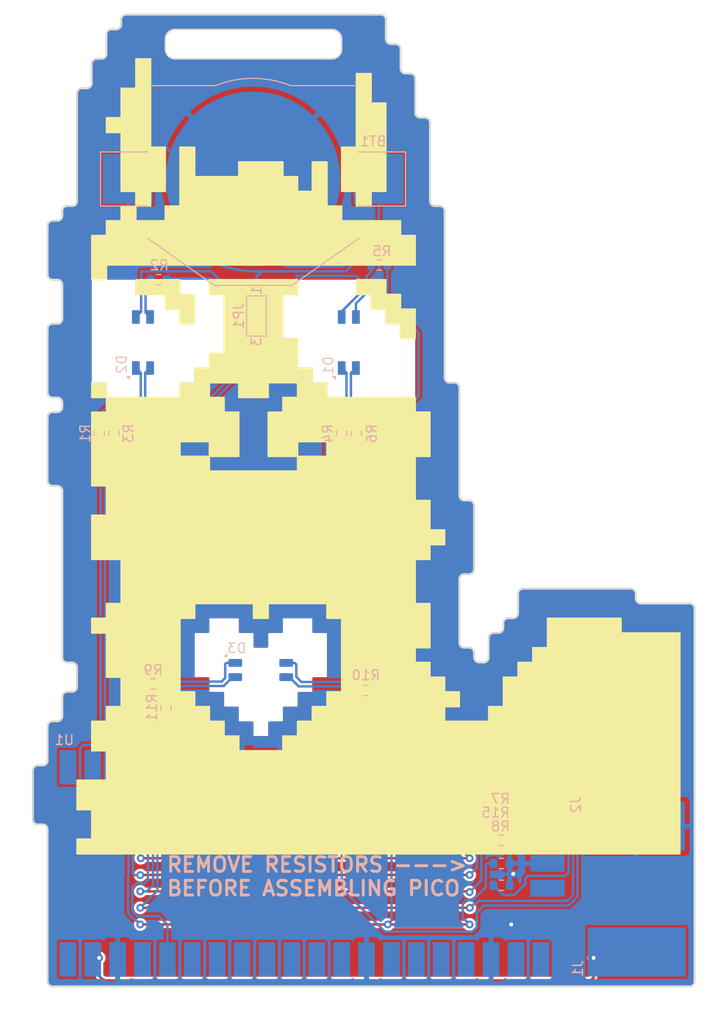
<source format=kicad_pcb>
(kicad_pcb (version 20221018) (generator pcbnew)
  (layers (0 "F.Cu" signal) (31 "B.Cu" signal) (34 "B.Paste" user) (35 "F.Paste" user) (36 "B.SilkS" user "B.Silkscreen") (37 "F.SilkS" user "F.Silkscreen") (38 "B.Mask" user) (39 "F.Mask" user) (44 "Edge.Cuts" user))
  (net 0 "")
  (net 1 "+BATT")
  (net 2 "GND")
  (net 3 "VDD")
  (net 4 "Net-(D1-RED)")
  (net 5 "PICO_PWR_IN")
  (net 6 "PWM5A")
  (net 7 "Net-(D1-BLUE)")
  (net 8 "Net-(D1-GREEN)")
  (net 9 "Net-(D2-RED)")
  (net 10 "Net-(D2-BLUE)")
  (net 11 "Net-(D2-GREEN)")
  (net 12 "Net-(D3-RED)")
  (net 13 "Net-(D3-BLUE)")
  (net 14 "Net-(D3-GREEN)")
  (net 15 "LEFT_RED")
  (net 16 "LEFT_BLUE")
  (net 17 "LEFT_GREEN")
  (net 18 "HEART_RED")
  (net 19 "HEART_BLUE")
  (net 20 "HEART_GREEN")
  (net 21 "UART0_TX")
  (net 22 "UART0_RX")
  (net 23 "PWM1A")
  (net 24 "PWM1B")
  (net 25 "I2C0_SDA")
  (net 26 "I2C0_SCL")
  (net 27 "PWM3A")
  (net 28 "PWM5B")
  (net 29 "PWM6A")
  (net 30 "SPI0_MISO")
  (net 31 "SPI0_CSN")
  (net 32 "SPI0_SCK")
  (net 33 "SPI0_MOSI")
  (net 37 "RUN")
  (net 38 "ADC0")
  (net 39 "ADC1")
  (net 40 "AGND")
  (net 41 "ADC2")
  (net 42 "ADC_REF")
  (net 43 "PICO_3V3_OUT")
  (net 44 "PICO_EN")
  (net 46 "SWCLK")
  (net 47 "SWDIO")
  (footprint "Resistor_SMD:R_0603_1608Metric" (layer "B.Cu") (at 20.26 54.665 -90)
    (fp_text reference "R3")
    (fp_text value "30R")
  )
  (footprint "Resistor_SMD:R_0603_1608Metric" (layer "B.Cu") (at 59.8 98.48 180)
    (fp_text reference "R15")
    (fp_text value "60.4")
  )
  (footprint "Jumper:SolderJumper-3_P1.3mm_Bridged12_Pad1.0x1.5mm_NumberLabels" (layer "B.Cu") (at 34.8 42.7 -90)
    (fp_text reference "JP1")
    (fp_text value "POWER INPUT SELECT")
  )
  (footprint "Resistor_SMD:R_0603_1608Metric" (layer "B.Cu") (at 59.775 96.13 180)
    (fp_text reference "R7")
    (fp_text value "60.4")
  )
  (footprint "Resistor_SMD:R_0603_1608Metric" (layer "B.Cu") (at 45 54.675 -90)
    (fp_text reference "R6")
    (fp_text value "30R")
  )
  (footprint "Resistor_SMD:R_0603_1608Metric" (layer "B.Cu") (at 24.265 80.19 180)
    (fp_text reference "R9")
    (fp_text value "140R")
  )
  (footprint "Resistor_SMD:R_0603_1608Metric" (layer "B.Cu") (at 24.825 39)
    (fp_text reference "R2")
    (fp_text value "30R")
  )
  (footprint "Connector_Wire:SolderWirePad_1x01_SMD_5x10mm" (layer "B.Cu") (at 73.5 94.7 -90)
    (fp_text reference "J2")
    (fp_text value "(3-5.5V)")
  )
  (footprint "Resistor_SMD:R_0603_1608Metric" (layer "B.Cu") (at 45.975 80.86)
    (fp_text reference "R10")
    (fp_text value "30R")
  )
  (footprint "Cyberalpakka_kicad_lib:RPi_Pico_SMD_TH" (layer "B.Cu") (at 39.684905 98.469185 -90)
    (fp_text reference "U1")
    (fp_text value "Pico")
  )
  (footprint "Cyberalpakka_kicad_lib:RGB LED" (layer "B.Cu") (at 23.225 45.4 -90)
    (fp_text reference "D2")
    (fp_text value "XZMDKCBDDG45S-9" hide)
  )
  (footprint "Cyberalpakka_kicad_lib:RGB LED" (layer "B.Cu") (at 44.225 45.4 -90)
    (fp_text reference "D1")
    (fp_text value "XZMDKCBDDG45S-9" hide)
  )
  (footprint "Cyberalpakka_kicad_lib:RGB LED" (layer "B.Cu") (at 35.240956 78.769671 180)
    (fp_text reference "D3")
    (fp_text value "XZMDKCBDDG45S-9")
  )
  (footprint "Resistor_SMD:R_0603_1608Metric" (layer "B.Cu") (at 25.56 82.615 -90)
    (fp_text reference "R11")
    (fp_text value "30R")
  )
  (footprint "Connector_Wire:SolderWirePad_1x01_SMD_5x10mm" (layer "B.Cu") (at 73.6 107.5 -90)
    (fp_text reference "J1")
    (fp_text value "PICO POWER INPUT")
  )
  (footprint "Resistor_SMD:R_0603_1608Metric" (layer "B.Cu") (at 59.815 100.71 180)
    (fp_text reference "R8")
    (fp_text value "60.4")
  )
  (footprint "Resistor_SMD:R_0603_1608Metric" (layer "B.Cu") (at 47.325 37.5)
    (fp_text reference "R5")
    (fp_text value "30R")
  )
  (footprint "Resistor_SMD:R_0603_1608Metric" (layer "B.Cu") (at 18.76 54.675 -90)
    (fp_text reference "R1")
    (fp_text value "140R")
  )
  (footprint "Resistor_SMD:R_0603_1608Metric" (layer "B.Cu") (at 43.5 54.675 -90)
    (fp_text reference "R4")
    (fp_text value "140R")
  )
  (footprint "Battery:BatteryHolder_Keystone_3002_1x2032" (layer "B.Cu") (at 34.46 28.733756 180)
    (fp_text reference "BT1")
    (fp_text value "CR2024")
  )
  (gr_poly (pts (xy 34.5 73.5) (xy 36 73.5) (xy 36 72) (xy 42 72) (xy 42 73.5) (xy 43.5 73.5) (xy 43.5 81) (xy 42 81) (xy 42 82.5) (xy 40.5 82.5) (xy 40.5 84) (xy 39 84) (xy 39 85.5) (xy 37.5 85.5) (xy 37.5 87) (xy 36 87) (xy 36 97.5) (xy 78 97.5) (xy 78 75) (xy 72 75) (xy 72 73.5) (xy 64.5 73.5) (xy 64.5 76.5) (xy 63 76.5) (xy 63 78) (xy 61.5 78) (xy 61.5 79.5) (xy 60 79.5) (xy 60 82.5) (xy 58.5 82.5) (xy 58.5 84) (xy 54 84) (xy 54 82.5) (xy 55.5 82.5) (xy 55.5 81) (xy 54 81) (xy 54 79.5) (xy 52.5 79.5) (xy 52.5 78) (xy 51 78) (xy 51 76.5) (xy 52.5 76.5) (xy 52.5 72) (xy 51 72) (xy 51 67.5) (xy 52.5 67.5) (xy 52.5 66) (xy 54 66) (xy 54 64.5) (xy 52.5 64.5) (xy 52.5 61.5) (xy 51 61.5) (xy 51 57) (xy 52.5 57) (xy 52.5 52.5) (xy 51 52.5) (xy 51 51) (xy 42 51) (xy 42 49.5) (xy 39 49.5) (xy 39 51) (xy 37.5 51) (xy 37.5 52.5) (xy 36 52.5) (xy 36 57) (xy 39 57) (xy 39 55.5) (xy 42 55.5) (xy 42 57) (xy 39 57) (xy 39 58.5) (xy 34.5 58.5)) (stroke (width 0.15)) (fill solid) (layer "F.SilkS"))
  (gr_poly (pts (xy 28.5 25.5) (xy 27 25.5) (xy 27 31.5) (xy 25.5 31.5) (xy 25.5 33) (xy 22.5 33) (xy 22.5 31.5) (xy 21 31.5) (xy 21 33) (xy 19.5 33) (xy 19.5 34.5) (xy 18 34.5) (xy 18 39) (xy 19.5 39) (xy 19.5 37.5) (xy 51 37.5) (xy 51 34.5) (xy 49.5 34.5) (xy 49.5 33) (xy 43.5 33) (xy 43.5 31.5) (xy 42 31.5) (xy 42 27) (xy 40.5 27) (xy 40.5 30) (xy 39 30) (xy 39 28.5) (xy 37.5 28.5) (xy 37.5 27) (xy 33 27) (xy 33 28.5) (xy 28.5 28.5)) (stroke (width 0.15)) (fill solid) (layer "F.SilkS"))
  (gr_poly (pts (xy 45 18) (xy 45 25.5) (xy 43.5 25.5) (xy 43.5 30) (xy 45 30) (xy 45 31.5) (xy 46.5 31.5) (xy 46.5 30) (xy 48 30) (xy 48 21) (xy 46.5 21) (xy 46.5 18)) (stroke (width 0.15)) (fill solid) (layer "F.SilkS"))
  (gr_poly (pts (xy 22.5 39) (xy 27 39) (xy 27 40.5) (xy 28.5 40.5) (xy 28.5 43.5) (xy 27 43.5) (xy 27 42) (xy 25.5 42) (xy 25.5 40.5) (xy 22.5 40.5)) (stroke (width 0.15)) (fill solid) (layer "F.SilkS"))
  (gr_poly (pts (xy 45 39) (xy 45 40.5) (xy 46.5 40.5) (xy 46.5 42) (xy 48 42) (xy 48 43.5) (xy 49.5 43.5) (xy 49.5 45) (xy 51 45) (xy 51 42) (xy 49.5 42) (xy 49.5 40.5) (xy 48 40.5) (xy 48 39)) (stroke (width 0.15)) (fill solid) (layer "F.SilkS"))
  (gr_poly (pts (xy 30 49.5) (xy 27 49.5) (xy 27 51) (xy 19.5 51) (xy 19.5 49.5) (xy 18 49.5) (xy 18 51) (xy 19.5 51) (xy 19.5 52.5) (xy 18 52.5) (xy 18 60) (xy 19.5 60) (xy 19.5 63) (xy 18 63) (xy 18 67.5) (xy 21 67.5) (xy 21 72) (xy 19.5 72) (xy 19.5 73.5) (xy 18 73.5) (xy 18 75) (xy 19.5 75) (xy 19.5 79.5) (xy 21 79.5) (xy 21 82.5) (xy 19.5 82.5) (xy 19.5 84) (xy 18 84) (xy 18 87) (xy 19.5 87) (xy 19.5 90) (xy 16.5 90) (xy 16.5 93) (xy 18 93) (xy 18 96) (xy 16.5 96) (xy 16.5 97.5) (xy 36 97.5) (xy 36 87) (xy 33 87) (xy 33 85.5) (xy 31.5 85.5) (xy 31.5 84) (xy 30 84) (xy 30 82.5) (xy 28.5 82.5) (xy 28.5 81) (xy 27 81) (xy 27 73.5) (xy 28.5 73.5) (xy 28.5 72) (xy 34.5 72) (xy 34.5 58.5) (xy 30 58.5) (xy 30 57) (xy 27 57) (xy 27 55.5) (xy 30 55.5) (xy 30 57) (xy 33 57) (xy 33 52.5) (xy 31.5 52.5) (xy 31.5 51) (xy 30 51)) (stroke (width 0.15)) (fill solid) (layer "F.SilkS"))
  (gr_poly (pts (xy 39 39) (xy 30 39) (xy 30 40.5) (xy 31.5 40.5) (xy 31.5 46.5) (xy 30 46.5) (xy 30 48) (xy 28.5 48) (xy 28.5 49.5) (xy 33 49.5) (xy 33 51) (xy 36 51) (xy 36 49.5) (xy 40.5 49.5) (xy 40.5 48) (xy 39 48) (xy 39 45) (xy 37.5 45) (xy 37.5 40.5) (xy 39 40.5)) (stroke (width 0.15)) (fill solid) (layer "F.SilkS"))
  (gr_poly (pts (xy 24 16.5) (xy 22.5 16.5) (xy 22.5 19.5) (xy 21 19.5) (xy 21 22.5) (xy 19.5 22.5) (xy 19.5 24) (xy 21 24) (xy 21 30) (xy 22.5 30) (xy 22.5 31.5) (xy 24 31.5) (xy 24 30) (xy 25.5 30) (xy 25.5 25.5) (xy 24 25.5)) (stroke (width 0.15)) (fill solid) (layer "F.SilkS"))
  (gr_line (start 55 49.5) (end 54.5 49.5) (stroke (width 0.2)) (layer "Edge.Cuts"))
  (gr_line (start 25.5 14.5) (end 25.5 15.5) (stroke (width 0.15)) (layer "Edge.Cuts"))
  (gr_arc (start 55 49.5) (mid 55.353553 49.646447) (end 55.5 50) (stroke (width 0.2)) (layer "Edge.Cuts"))
  (gr_line (start 16.5 20) (end 16.5 31) (stroke (width 0.2)) (layer "Edge.Cuts"))
  (gr_arc (start 12 89) (mid 12.146447 88.646447) (end 12.5 88.5) (stroke (width 0.2)) (layer "Edge.Cuts"))
  (gr_arc (start 16.5 20) (mid 16.646447 19.646447) (end 17 19.5) (stroke (width 0.2)) (layer "Edge.Cuts"))
  (gr_arc (start 21 12.5) (mid 21.146447 12.146447) (end 21.5 12) (stroke (width 0.2)) (layer "Edge.Cuts"))
  (gr_arc (start 14 51) (mid 13.646447 50.853553) (end 13.5 50.5) (stroke (width 0.2)) (layer "Edge.Cuts"))
  (gr_arc (start 79.5 110.5) (mid 79.353553 110.853553) (end 79 111) (stroke (width 0.2)) (layer "Edge.Cuts"))
  (gr_line (start 15.5 78) (end 16 78) (stroke (width 0.2)) (layer "Edge.Cuts"))
  (gr_arc (start 50.5 18) (mid 50.853553 18.146447) (end 51 18.5) (stroke (width 0.2)) (layer "Edge.Cuts"))
  (gr_arc (start 56 61.5) (mid 55.646447 61.353553) (end 55.5 61) (stroke (width 0.2)) (layer "Edge.Cuts"))
  (gr_line (start 16 81) (end 15.5 81) (stroke (width 0.2)) (layer "Edge.Cuts"))
  (gr_arc (start 15 32) (mid 15.146447 31.646447) (end 15.5 31.5) (stroke (width 0.2)) (layer "Edge.Cuts"))
  (gr_arc (start 57.5 78) (mid 57.146447 77.853553) (end 57 77.5) (stroke (width 0.2)) (layer "Edge.Cuts"))
  (gr_arc (start 18 17) (mid 18.146447 16.646447) (end 18.5 16.5) (stroke (width 0.2)) (layer "Edge.Cuts"))
  (gr_line (start 14 111) (end 79 111) (stroke (width 0.2)) (layer "Edge.Cuts"))
  (gr_line (start 59.5 75) (end 59 75) (stroke (width 0.2)) (layer "Edge.Cuts"))
  (gr_line (start 13.5 95) (end 13.5 110.5) (stroke (width 0.2)) (layer "Edge.Cuts"))
  (gr_line (start 55.5 61) (end 55.5 50) (stroke (width 0.2)) (layer "Edge.Cuts"))
  (gr_line (start 79 72) (end 74 72) (stroke (width 0.2)) (layer "Edge.Cuts"))
  (gr_line (start 15 51.5) (end 15 52) (stroke (width 0.2)) (layer "Edge.Cuts"))
  (gr_line (start 15 32) (end 15 32.5) (stroke (width 0.2)) (layer "Edge.Cuts"))
  (gr_arc (start 13 94.5) (mid 13.353553 94.646447) (end 13.5 95) (stroke (width 0.2)) (layer "Edge.Cuts"))
  (gr_arc (start 14.5 39) (mid 14.853553 39.146447) (end 15 39.5) (stroke (width 0.2)) (layer "Edge.Cuts"))
  (gr_arc (start 14.5 51) (mid 14.853553 51.146447) (end 15 51.5) (stroke (width 0.2)) (layer "Edge.Cuts"))
  (gr_line (start 56.5 76.5) (end 56 76.5) (stroke (width 0.2)) (layer "Edge.Cuts"))
  (gr_arc (start 12.5 94.5) (mid 12.146447 94.353553) (end 12 94) (stroke (width 0.2)) (layer "Edge.Cuts"))
  (gr_line (start 15 60.5) (end 15 77.5) (stroke (width 0.2)) (layer "Edge.Cuts"))
  (gr_arc (start 14 39) (mid 13.646447 38.853553) (end 13.5 38.5) (stroke (width 0.2)) (layer "Edge.Cuts"))
  (gr_arc (start 26.5 16.5) (mid 25.792893 16.207107) (end 25.5 15.5) (stroke (width 0.15)) (layer "Edge.Cuts"))
  (gr_line (start 50.5 18) (end 50 18) (stroke (width 0.2)) (layer "Edge.Cuts"))
  (gr_line (start 52.5 31) (end 52.5 23) (stroke (width 0.2)) (layer "Edge.Cuts"))
  (gr_line (start 15 39.5) (end 15 43) (stroke (width 0.2)) (layer "Edge.Cuts"))
  (gr_arc (start 15.5 78) (mid 15.146447 77.853553) (end 15 77.5) (stroke (width 0.2)) (layer "Edge.Cuts"))
  (gr_line (start 14.5 84) (end 14 84) (stroke (width 0.2)) (layer "Edge.Cuts"))
  (gr_line (start 18 17) (end 18 19) (stroke (width 0.2)) (layer "Edge.Cuts"))
  (gr_arc (start 48.5 15) (mid 48.146447 14.853553) (end 48 14.5) (stroke (width 0.2)) (layer "Edge.Cuts"))
  (gr_arc (start 18 19) (mid 17.853553 19.353553) (end 17.5 19.5) (stroke (width 0.2)) (layer "Edge.Cuts"))
  (gr_line (start 21 12.5) (end 21 13) (stroke (width 0.2)) (layer "Edge.Cuts"))
  (gr_line (start 14.5 33) (end 14 33) (stroke (width 0.2)) (layer "Edge.Cuts"))
  (gr_line (start 43.5 15.5) (end 43.5 14.5) (stroke (width 0.15)) (layer "Edge.Cuts"))
  (gr_arc (start 19.5 16) (mid 19.353553 16.353553) (end 19 16.5) (stroke (width 0.2)) (layer "Edge.Cuts"))
  (gr_arc (start 15 83.5) (mid 14.853553 83.853553) (end 14.5 84) (stroke (width 0.2)) (layer "Edge.Cuts"))
  (gr_arc (start 16.5 31) (mid 16.353553 31.353553) (end 16 31.5) (stroke (width 0.2)) (layer "Edge.Cuts"))
  (gr_arc (start 15 32.5) (mid 14.853553 32.853553) (end 14.5 33) (stroke (width 0.2)) (layer "Edge.Cuts"))
  (gr_arc (start 47.5 12) (mid 47.853553 12.146447) (end 48 12.5) (stroke (width 0.2)) (layer "Edge.Cuts"))
  (gr_line (start 56.5 61.5) (end 56 61.5) (stroke (width 0.2)) (layer "Edge.Cuts"))
  (gr_arc (start 60 74.5) (mid 59.853553 74.853553) (end 59.5 75) (stroke (width 0.2)) (layer "Edge.Cuts"))
  (gr_line (start 14 60) (end 14.5 60) (stroke (width 0.2)) (layer "Edge.Cuts"))
  (gr_arc (start 73 70.5) (mid 73.353553 70.646447) (end 73.5 71) (stroke (width 0.2)) (layer "Edge.Cuts"))
  (gr_line (start 73 70.5) (end 62 70.5) (stroke (width 0.2)) (layer "Edge.Cuts"))
  (gr_line (start 16 31.5) (end 15.5 31.5) (stroke (width 0.2)) (layer "Edge.Cuts"))
  (gr_arc (start 56.5 76.5) (mid 56.853553 76.646447) (end 57 77) (stroke (width 0.2)) (layer "Edge.Cuts"))
  (gr_line (start 12.5 94.5) (end 13 94.5) (stroke (width 0.2)) (layer "Edge.Cuts"))
  (gr_arc (start 15 81.5) (mid 15.146447 81.146447) (end 15.5 81) (stroke (width 0.2)) (layer "Edge.Cuts"))
  (gr_line (start 19 16.5) (end 18.5 16.5) (stroke (width 0.2)) (layer "Edge.Cuts"))
  (gr_line (start 51 22) (end 51 18.5) (stroke (width 0.2)) (layer "Edge.Cuts"))
  (gr_arc (start 56.5 61.5) (mid 56.853553 61.646447) (end 57 62) (stroke (width 0.2)) (layer "Edge.Cuts"))
  (gr_arc (start 56 76.5) (mid 55.646447 76.353553) (end 55.5 76) (stroke (width 0.2)) (layer "Edge.Cuts"))
  (gr_arc (start 53.5 31.5) (mid 53.853553 31.646447) (end 54 32) (stroke (width 0.2)) (layer "Edge.Cuts"))
  (gr_line (start 52 22.5) (end 51.5 22.5) (stroke (width 0.2)) (layer "Edge.Cuts"))
  (gr_line (start 49.5 17.5) (end 49.5 15.5) (stroke (width 0.2)) (layer "Edge.Cuts"))
  (gr_arc (start 13.5 53) (mid 13.646447 52.646447) (end 14 52.5) (stroke (width 0.2)) (layer "Edge.Cuts"))
  (gr_line (start 58 78) (end 57.5 78) (stroke (width 0.2)) (layer "Edge.Cuts"))
  (gr_arc (start 16.5 80.5) (mid 16.353553 80.853553) (end 16 81) (stroke (width 0.2)) (layer "Edge.Cuts"))
  (gr_arc (start 51.5 22.5) (mid 51.146447 22.353553) (end 51 22) (stroke (width 0.2)) (layer "Edge.Cuts"))
  (gr_arc (start 74 72) (mid 73.646447 71.853553) (end 73.5 71.5) (stroke (width 0.2)) (layer "Edge.Cuts"))
  (gr_line (start 20.5 13.5) (end 20 13.5) (stroke (width 0.2)) (layer "Edge.Cuts"))
  (gr_line (start 54 49) (end 54 32) (stroke (width 0.2)) (layer "Edge.Cuts"))
  (gr_line (start 58.5 75.5) (end 58.5 77.5) (stroke (width 0.2)) (layer "Edge.Cuts"))
  (gr_line (start 14.5 43.5) (end 14 43.5) (stroke (width 0.2)) (layer "Edge.Cuts"))
  (gr_line (start 14 51) (end 14.5 51) (stroke (width 0.2)) (layer "Edge.Cuts"))
  (gr_line (start 13.5 53) (end 13.5 59.5) (stroke (width 0.2)) (layer "Edge.Cuts"))
  (gr_line (start 47.5 12) (end 21.5 12) (stroke (width 0.2)) (layer "Edge.Cuts"))
  (gr_arc (start 61.5 73) (mid 61.353553 73.353553) (end 61 73.5) (stroke (width 0.2)) (layer "Edge.Cuts"))
  (gr_arc (start 52 22.5) (mid 52.353553 22.646447) (end 52.5 23) (stroke (width 0.2)) (layer "Edge.Cuts"))
  (gr_line (start 42.5 13.5) (end 26.5 13.5) (stroke (width 0.15)) (layer "Edge.Cuts"))
  (gr_line (start 55.5 76) (end 55.5 69.5) (stroke (width 0.2)) (layer "Edge.Cuts"))
  (gr_line (start 57 68.5) (end 57 62) (stroke (width 0.2)) (layer "Edge.Cuts"))
  (gr_line (start 16.5 78.5) (end 16.5 80.5) (stroke (width 0.2)) (layer "Edge.Cuts"))
  (gr_arc (start 16 78) (mid 16.353553 78.146447) (end 16.5 78.5) (stroke (width 0.2)) (layer "Edge.Cuts"))
  (gr_arc (start 50 18) (mid 49.646447 17.853553) (end 49.5 17.5) (stroke (width 0.2)) (layer "Edge.Cuts"))
  (gr_arc (start 13.5 84.5) (mid 13.646447 84.146447) (end 14 84) (stroke (width 0.2)) (layer "Edge.Cuts"))
  (gr_line (start 79.5 110.5) (end 79.5 72.5) (stroke (width 0.2)) (layer "Edge.Cuts"))
  (gr_arc (start 19.5 14) (mid 19.646447 13.646447) (end 20 13.5) (stroke (width 0.2)) (layer "Edge.Cuts"))
  (gr_line (start 14 39) (end 14.5 39) (stroke (width 0.2)) (layer "Edge.Cuts"))
  (gr_arc (start 13.5 88) (mid 13.353553 88.353553) (end 13 88.5) (stroke (width 0.2)) (layer "Edge.Cuts"))
  (gr_line (start 13 88.5) (end 12.5 88.5) (stroke (width 0.2)) (layer "Edge.Cuts"))
  (gr_arc (start 53 31.5) (mid 52.646447 31.353553) (end 52.5 31) (stroke (width 0.2)) (layer "Edge.Cuts"))
  (gr_line (start 61 73.5) (end 60.5 73.5) (stroke (width 0.2)) (layer "Edge.Cuts"))
  (gr_arc (start 55.5 69.5) (mid 55.646447 69.146447) (end 56 69) (stroke (width 0.2)) (layer "Edge.Cuts"))
  (gr_line (start 26.5 16.5) (end 42.5 16.5) (stroke (width 0.15)) (layer "Edge.Cuts"))
  (gr_arc (start 14 111) (mid 13.646447 110.853553) (end 13.5 110.5) (stroke (width 0.2)) (layer "Edge.Cuts"))
  (gr_line (start 49 15) (end 48.5 15) (stroke (width 0.2)) (layer "Edge.Cuts"))
  (gr_line (start 19.5 14) (end 19.5 16) (stroke (width 0.2)) (layer "Edge.Cuts"))
  (gr_arc (start 49 15) (mid 49.353553 15.146447) (end 49.5 15.5) (stroke (width 0.2)) (layer "Edge.Cuts"))
  (gr_arc (start 15 52) (mid 14.853553 52.353553) (end 14.5 52.5) (stroke (width 0.2)) (layer "Edge.Cuts"))
  (gr_arc (start 61.5 71) (mid 61.646447 70.646447) (end 62 70.5) (stroke (width 0.2)) (layer "Edge.Cuts"))
  (gr_line (start 15 81.5) (end 15 83.5) (stroke (width 0.2)) (layer "Edge.Cuts"))
  (gr_arc (start 58.5 75.5) (mid 58.646447 75.146447) (end 59 75) (stroke (width 0.2)) (layer "Edge.Cuts"))
  (gr_arc (start 21 13) (mid 20.853553 13.353553) (end 20.5 13.5) (stroke (width 0.2)) (layer "Edge.Cuts"))
  (gr_line (start 13.5 33.5) (end 13.5 38.5) (stroke (width 0.2)) (layer "Edge.Cuts"))
  (gr_line (start 17.5 19.5) (end 17 19.5) (stroke (width 0.2)) (layer "Edge.Cuts"))
  (gr_line (start 12 89) (end 12 94) (stroke (width 0.2)) (layer "Edge.Cuts"))
  (gr_line (start 60 74) (end 60 74.5) (stroke (width 0.2)) (layer "Edge.Cuts"))
  (gr_arc (start 42.5 13.5) (mid 43.207107 13.792893) (end 43.5 14.5) (stroke (width 0.15)) (layer "Edge.Cuts"))
  (gr_line (start 48 14.5) (end 48 12.5) (stroke (width 0.2)) (layer "Edge.Cuts"))
  (gr_arc (start 13.5 33.5) (mid 13.646447 33.146447) (end 14 33) (stroke (width 0.2)) (layer "Edge.Cuts"))
  (gr_line (start 56 69) (end 56.5 69) (stroke (width 0.2)) (layer "Edge.Cuts"))
  (gr_arc (start 15 43) (mid 14.853553 43.353553) (end 14.5 43.5) (stroke (width 0.2)) (layer "Edge.Cuts"))
  (gr_line (start 53.5 31.5) (end 53 31.5) (stroke (width 0.2)) (layer "Edge.Cuts"))
  (gr_arc (start 43.5 15.5) (mid 43.207107 16.207107) (end 42.5 16.5) (stroke (width 0.15)) (layer "Edge.Cuts"))
  (gr_arc (start 60 74) (mid 60.146447 73.646447) (end 60.5 73.5) (stroke (width 0.2)) (layer "Edge.Cuts"))
  (gr_arc (start 79 72) (mid 79.353553 72.146447) (end 79.5 72.5) (stroke (width 0.2)) (layer "Edge.Cuts"))
  (gr_arc (start 14 60) (mid 13.646447 59.853553) (end 13.5 59.5) (stroke (width 0.2)) (layer "Edge.Cuts"))
  (gr_arc (start 57 68.5) (mid 56.853553 68.853553) (end 56.5 69) (stroke (width 0.2)) (layer "Edge.Cuts"))
  (gr_line (start 61.5 71) (end 61.5 73) (stroke (width 0.2)) (layer "Edge.Cuts"))
  (gr_line (start 13.5 44) (end 13.5 50.5) (stroke (width 0.2)) (layer "Edge.Cuts"))
  (gr_line (start 14.5 52.5) (end 14 52.5) (stroke (width 0.2)) (layer "Edge.Cuts"))
  (gr_arc (start 54.5 49.5) (mid 54.146447 49.353553) (end 54 49) (stroke (width 0.2)) (layer "Edge.Cuts"))
  (gr_line (start 13.5 84.5) (end 13.5 88) (stroke (width 0.2)) (layer "Edge.Cuts"))
  (gr_arc (start 13.5 44) (mid 13.646447 43.646447) (end 14 43.5) (stroke (width 0.2)) (layer "Edge.Cuts"))
  (gr_arc (start 25.5 14.5) (mid 25.792893 13.792893) (end 26.5 13.5) (stroke (width 0.15)) (layer "Edge.Cuts"))
  (gr_arc (start 14.5 60) (mid 14.853553 60.146447) (end 15 60.5) (stroke (width 0.2)) (layer "Edge.Cuts"))
  (gr_line (start 73.5 71.5) (end 73.5 71) (stroke (width 0.2)) (layer "Edge.Cuts"))
  (gr_arc (start 58.5 77.5) (mid 58.353553 77.853553) (end 58 78) (stroke (width 0.2)) (layer "Edge.Cuts"))
  (gr_line (start 57 77.5) (end 57 77) (stroke (width 0.2)) (layer "Edge.Cuts"))
  (gr_text "REMOVE RESISTORS --->\nBEFORE ASSEMBLING PICO" (at 25.5 101.9) (layer "B.SilkS") (effects (font (size 1.5 1.5) (thickness 0.3) bold) (justify left bottom)))
  (segment (start 21.7 35.05) (end 21.7 28.5) (width 0.25) (layer "B.Cu") (net 1))
  (segment (start 43.9 38.15) (end 35.36 38.15) (width 0.25) (layer "B.Cu") (net 1))
  (segment (start 35.36 38.15) (end 34.696396 38.15) (width 0.25) (layer "B.Cu") (net 1))
  (segment (start 34.8 41.4) (end 34.8 38.71) (width 0.25) (layer "B.Cu") (net 1))
  (segment (start 27.210854 35.05) (end 21.7 35.05) (width 0.25) (layer "B.Cu") (net 1))
  (segment (start 47.3 34.75) (end 43.9 38.15) (width 0.25) (layer "B.Cu") (net 1))
  (segment (start 34.8 38.71) (end 35.36 38.15) (width 0.25) (layer "B.Cu") (net 1))
  (segment (start 34.696396 38.15) (end 34.686396 38.14) (width 0.25) (layer "B.Cu") (net 1))
  (segment (start 27.215427 35.045427) (end 27.210854 35.05) (width 0.25) (layer "B.Cu") (net 1))
  (segment (start 47.3 28.5) (end 47.3 34.75) (width 0.25) (layer "B.Cu") (net 1))
  (arc (start 34.686396 38.14) (mid 30.643131 37.335746) (end 27.215427 35.045427) (width 0.25) (layer "B.Cu") (net 1))
  (segment (start 78 99.65) (end 78.05 99.7) (width 0.25) (layer "F.Cu") (net 2))
  (segment (start 61 99.55) (end 61.1 99.65) (width 0.25) (layer "F.Cu") (net 2))
  (segment (start 60.8005 104.7005) (end 60.8 104.7) (width 0.25) (layer "F.Cu") (net 2))
  (segment (start 78.05 104.7005) (end 60.8005 104.7005) (width 0.25) (layer "F.Cu") (net 2))
  (segment (start 61.1 99.65) (end 78 99.65) (width 0.25) (layer "F.Cu") (net 2))
  (segment (start 78.05 99.7) (end 78.05 104.7005) (width 0.25) (layer "F.Cu") (net 2))
  (via (at 61 99.55) (size 0.8) (drill 0.4) (layers "F.Cu" "B.Cu") (net 2))
  (via (at 60.8 104.7) (size 0.8) (drill 0.4) (layers "F.Cu" "B.Cu") (net 2))
  (segment (start 58.734905 89.579185) (end 58.734905 91.084905) (width 0.25) (layer "B.Cu") (net 2))
  (segment (start 60.64 100.71) (end 60.64 99.6) (width 0.25) (layer "B.Cu") (net 2))
  (segment (start 28.57 28.5) (end 22.92 22.85) (width 0.25) (layer "B.Cu") (net 2))
  (segment (start 58.75 86.7) (end 58.4 86.35) (width 0.25) (layer "B.Cu") (net 2))
  (segment (start 60.6 98.455) (end 60.625 98.48) (width 0.25) (layer "B.Cu") (net 2))
  (segment (start 20.77 54.65) (end 21.19 55.07) (width 0.25) (layer "B.Cu") (net 2))
  (segment (start 60.64 98.495) (end 60.625 98.48) (width 0.25) (layer "B.Cu") (net 2))
  (segment (start 60.6 92.95) (end 60.6 96.13) (width 0.25) (layer "B.Cu") (net 2))
  (segment (start 17.84 54.27) (end 18.22 54.65) (width 0.25) (layer "B.Cu") (net 2))
  (segment (start 60.64 99.6) (end 60.64 98.495) (width 0.25) (layer "B.Cu") (net 2))
  (segment (start 58.4 86.35) (end 46.4 86.35) (width 0.25) (layer "B.Cu") (net 2))
  (segment (start 18.22 54.65) (end 20.77 54.65) (width 0.25) (layer "B.Cu") (net 2))
  (segment (start 21.19 56.02) (end 20.634905 56.575095) (width 0.25) (layer "B.Cu") (net 2))
  (segment (start 46.034905 86.715095) (end 46.034905 89.579185) (width 0.25) (layer "B.Cu") (net 2))
  (segment (start 20.634905 56.575095) (end 20.634905 89.579185) (width 0.25) (layer "B.Cu") (net 2))
  (segment (start 21.19 55.07) (end 21.19 56.02) (width 0.25) (layer "B.Cu") (net 2))
  (segment (start 58.85 107.24409) (end 58.734905 107.359185) (width 0.25) (layer "B.Cu") (net 2))
  (segment (start 20.634905 110.45) (end 46.01981 110.45) (width 0.25) (layer "B.Cu") (net 2))
  (segment (start 58.734905 105.265095) (end 58.734905 107.359185) (width 0.25) (layer "B.Cu") (net 2))
  (segment (start 59.3 104.7) (end 58.734905 105.265095) (width 0.25) (layer "B.Cu") (net 2))
  (segment (start 60.95 99.6) (end 60.64 99.6) (width 0.25) (layer "B.Cu") (net 2))
  (segment (start 46.034905 110.465095) (end 46.034905 107.359185) (width 0.25) (layer "B.Cu") (net 2))
  (segment (start 63.57409 98.48) (end 60.625 98.48) (width 0.25) (layer "B.Cu") (net 2))
  (segment (start 58.734905 89.579185) (end 58.75 89.56409) (width 0.25) (layer "B.Cu") (net 2))
  (segment (start 58.734905 110.465095) (end 46.034905 110.465095) (width 0.25) (layer "B.Cu") (net 2))
  (segment (start 22.92 22.85) (end 19.09 22.85) (width 0.25) (layer "B.Cu") (net 2))
  (segment (start 34.5 28.5) (end 28.57 28.5) (width 0.25) (layer "B.Cu") (net 2))
  (segment (start 46.01981 110.45) (end 46.034905 110.465095) (width 0.25) (layer "B.Cu") (net 2))
  (segment (start 58.75 89.56409) (end 58.75 86.7) (width 0.25) (layer "B.Cu") (net 2))
  (segment (start 46.4 86.35) (end 46.034905 86.715095) (width 0.25) (layer "B.Cu") (net 2))
  (segment (start 58.734905 107.359185) (end 58.734905 110.465095) (width 0.25) (layer "B.Cu") (net 2))
  (segment (start 60.8 104.7) (end 59.3 104.7) (width 0.25) (layer "B.Cu") (net 2))
  (segment (start 63.584905 98.469185) (end 63.57409 98.48) (width 0.25) (layer "B.Cu") (net 2))
  (segment (start 58.734905 91.084905) (end 60.6 92.95) (width 0.25) (layer "B.Cu") (net 2))
  (segment (start 61 99.55) (end 60.95 99.6) (width 0.25) (layer "B.Cu") (net 2))
  (segment (start 17.84 24.1) (end 17.84 54.27) (width 0.25) (layer "B.Cu") (net 2))
  (segment (start 19.09 22.85) (end 17.84 24.1) (width 0.25) (layer "B.Cu") (net 2))
  (segment (start 60.6 96.13) (end 60.6 98.455) (width 0.25) (layer "B.Cu") (net 2))
  (segment (start 20.634905 107.359185) (end 20.634905 110.45) (width 0.25) (layer "B.Cu") (net 2))
  (segment (start 23.04 38.736996) (end 23.04 42.26) (width 0.25) (layer "B.Cu") (net 3))
  (segment (start 41.8 52.28) (end 41.8 49.625) (width 0.25) (layer "B.Cu") (net 3))
  (segment (start 30.186396 38.14) (end 32.1 40.053604) (width 0.25) (layer "B.Cu") (net 3))
  (segment (start 41.88 54.773604) (end 41.9 54.753604) (width 0.25) (layer "B.Cu") (net 3))
  (segment (start 38.875 40.375) (end 38.875 38.61) (width 0.25) (layer "B.Cu") (net 3))
  (segment (start 32.1 40.053604) (end 32.1 42.7) (width 0.25) (layer "B.Cu") (net 3))
  (segment (start 39.39 79.99) (end 44.41 79.99) (width 0.25) (layer "B.Cu") (net 3))
  (segment (start 45.02 38.61) (end 38.875 38.61) (width 0.25) (layer "B.Cu") (net 3))
  (segment (start 30.186396 38.14) (end 23.636996 38.14) (width 0.25) (layer "B.Cu") (net 3))
  (segment (start 38.875 45.125) (end 37.448222 45.125) (width 0.25) (layer "B.Cu") (net 3))
  (segment (start 41.88 69.106396) (end 41.88 54.773604) (width 0.25) (layer "B.Cu") (net 3))
  (segment (start 32.1 42.7) (end 34.8 42.7) (width 0.25) (layer "B.Cu") (net 3))
  (segment (start 40.375 49.551778) (end 40.375 48.125) (width 0.25) (layer "B.Cu") (net 3))
  (segment (start 37.24 42.7) (end 37.34 42.6) (width 0.25) (layer "B.Cu") (net 3))
  (segment (start 45.02 38.61) (end 45.24 38.83) (width 0.25) (layer "B.Cu") (net 3))
  (segment (start 43.5 42.24) (end 43.5 42.8) (width 0.25) (layer "B.Cu") (net 3))
  (segment (start 34.8 42.7) (end 37.24 42.7) (width 0.25) (layer "B.Cu") (net 3))
  (segment (start 37.34 45.016778) (end 37.34 42.6) (width 0.25) (layer "B.Cu") (net 3))
  (segment (start 40.448222 49.625) (end 40.375 49.551778) (width 0.25) (layer "B.Cu") (net 3))
  (segment (start 37.34 42.6) (end 37.34 41.205) (width 0.25) (layer "B.Cu") (net 3))
  (segment (start 38.87 79.47) (end 39.39 79.99) (width 0.25) (layer "B.Cu") (net 3))
  (segment (start 37.448222 40.375) (end 38.875 40.375) (width 0.25) (layer "B.Cu") (net 3))
  (segment (start 23.04 42.26) (end 22.5 42.8) (width 0.25) (layer "B.Cu") (net 3))
  (segment (start 45.425 72.651396) (end 41.88 69.106396) (width 0.25) (layer "B.Cu") (net 3))
  (segment (start 41.8 49.625) (end 40.448222 49.625) (width 0.25) (layer "B.Cu") (net 3))
  (segment (start 40.375 48.125) (end 38.948222 48.125) (width 0.25) (layer "B.Cu") (net 3))
  (segment (start 23.05 38.726996) (end 23.05 38.15) (width 0.25) (layer "B.Cu") (net 3))
  (segment (start 41.9 54.753604) (end 41.9 52.38) (width 0.25) (layer "B.Cu") (net 3))
  (segment (start 41.9 52.38) (end 41.8 52.28) (width 0.25) (layer "B.Cu") (net 3))
  (segment (start 38.875 48.051778) (end 38.875 45.125) (width 0.25) (layer "B.Cu") (net 3))
  (segment (start 44.41 79.99) (end 45.425 78.975) (width 0.25) (layer "B.Cu") (net 3))
  (segment (start 45.24 38.83) (end 45.24 40.5) (width 0.25) (layer "B.Cu") (net 3))
  (segment (start 23.04 38.736996) (end 23.05 38.726996) (width 0.25) (layer "B.Cu") (net 3))
  (segment (start 37.375 41.17) (end 37.375 40.448222) (width 0.25) (layer "B.Cu") (net 3))
  (segment (start 37.34 41.205) (end 37.375 41.17) (width 0.25) (layer "B.Cu") (net 3))
  (segment (start 38.948222 48.125) (end 38.875 48.051778) (width 0.25) (layer "B.Cu") (net 3))
  (segment (start 38.87 78.22) (end 38.87 79.47) (width 0.25) (layer "B.Cu") (net 3))
  (segment (start 37.375 40.448222) (end 37.448222 40.375) (width 0.25) (layer "B.Cu") (net 3))
  (segment (start 23.05 38.15) (end 23.626996 38.15) (width 0.25) (layer "B.Cu") (net 3))
  (segment (start 45.425 78.975) (end 45.425 72.651396) (width 0.25) (layer "B.Cu") (net 3))
  (segment (start 37.840956 78.044671) (end 38.694671 78.044671) (width 0.25) (layer "B.Cu") (net 3))
  (segment (start 38.694671 78.044671) (end 38.87 78.22) (width 0.25) (layer "B.Cu") (net 3))
  (segment (start 37.448222 45.125) (end 37.34 45.016778) (width 0.25) (layer "B.Cu") (net 3))
  (segment (start 45.24 40.5) (end 43.5 42.24) (width 0.25) (layer "B.Cu") (net 3))
  (segment (start 23.626996 38.15) (end 23.636996 38.14) (width 0.25) (layer "B.Cu") (net 3))
  (segment (start 43.5 53.85) (end 43.99 53.36) (width 0.25) (layer "B.Cu") (net 4))
  (segment (start 43.99 48.49) (end 43.5 48) (width 0.25) (layer "B.Cu") (net 4))
  (segment (start 43.99 53.36) (end 43.99 48.49) (width 0.25) (layer "B.Cu") (net 4))
  (segment (start 68.9 110.4) (end 19.2 110.4) (width 0.25) (layer "F.Cu") (net 5))
  (segment (start 69.2 110.1) (end 68.9 110.4) (width 0.25) (layer "F.Cu") (net 5))
  (segment (start 19.2 110.4) (end 18.8 110) (width 0.25) (layer "F.Cu") (net 5))
  (segment (start 18.8 108.2) (end 18.9 108.1) (width 0.25) (layer "F.Cu") (net 5))
  (segment (start 18.8 110) (end 18.8 108.2) (width 0.25) (layer "F.Cu") (net 5))
  (segment (start 69.2 108.1) (end 69.2 110.1) (width 0.25) (layer "F.Cu") (net 5))
  (via (at 18.75 108.1) (size 0.8) (drill 0.4) (layers "F.Cu" "B.Cu") (net 5))
  (via (at 69.2 108.1) (size 0.8) (drill 0.4) (layers "F.Cu" "B.Cu") (net 5))
  (segment (start 69.3 108) (end 72.6 108) (width 0.25) (layer "B.Cu") (net 5))
  (segment (start 18.25409 107.35409) (end 18.1 107.35409) (width 0.25) (layer "B.Cu") (net 5))
  (segment (start 72.6 108) (end 73.1 107.5) (width 0.25) (layer "B.Cu") (net 5))
  (segment (start 18.75 108.1) (end 18.75 108.01428) (width 0.25) (layer "B.Cu") (net 5))
  (segment (start 18.75 108.01428) (end 18.094905 107.359185) (width 0.25) (layer "B.Cu") (net 5))
  (segment (start 69.2 108.1) (end 69.3 108) (width 0.25) (layer "B.Cu") (net 5))
  (segment (start 18.1 107.35409) (end 18.094905 107.359185) (width 0.25) (layer "B.Cu") (net 5))
  (segment (start 48.2 104.7) (end 56.55 104.7) (width 0.25) (layer "F.Cu") (net 6))
  (segment (start 22.95 104.7) (end 48.2 104.7) (width 0.25) (layer "F.Cu") (net 6))
  (via (at 22.95 104.7) (size 0.8) (drill 0.4) (layers "F.Cu" "B.Cu") (net 6))
  (via (at 48.2 104.7) (size 0.8) (drill 0.4) (layers "F.Cu" "B.Cu") (net 6))
  (via (at 56.55 104.7) (size 0.8) (drill 0.4) (layers "F.Cu" "B.Cu") (net 6))
  (segment (start 18.9 55.64) (end 18.76 55.5) (width 0.25) (layer "B.Cu") (net 6))
  (segment (start 16.8 86.75) (end 17.15 86.4) (width 0.25) (layer "B.Cu") (net 6))
  (segment (start 21.75 92.236396) (end 20.813604 91.3) (width 0.25) (layer "B.Cu") (net 6))
  (segment (start 21.7 99.722792) (end 21.75 99.672792) (width 0.25) (layer "B.Cu") (net 6))
  (segment (start 19.413604 91.3) (end 19.063604 90.95) (width 0.25) (layer "B.Cu") (net 6))
  (segment (start 55.85 102.5) (end 56.15 102.2) (width 0.25) (layer "B.Cu") (net 6))
  (segment (start 56.55 104.7) (end 55.85 104) (width 0.25) (layer "B.Cu") (net 6))
  (segment (start 19.063604 90.95) (end 17.11572 90.95) (width 0.25) (layer "B.Cu") (net 6))
  (segment (start 17.11572 90.95) (end 16.8 90.63428) (width 0.25) (layer "B.Cu") (net 6))
  (segment (start 58.2 100.9) (end 58.2 98.65) (width 0.25) (layer "B.Cu") (net 6))
  (segment (start 58.37 98.48) (end 58.975 98.48) (width 0.25) (layer "B.Cu") (net 6))
  (segment (start 22.463604 104.3) (end 21.7 103.536396) (width 0.25) (layer "B.Cu") (net 6))
  (segment (start 58.2 98.65) (end 58.37 98.48) (width 0.25) (layer "B.Cu") (net 6))
  (segment (start 56.15 102.2) (end 56.9 102.2) (width 0.25) (layer "B.Cu") (net 6))
  (segment (start 48.574905 89.579185) (end 48.574905 104.325095) (width 0.25) (layer "B.Cu") (net 6))
  (segment (start 55.85 104) (end 55.85 102.5) (width 0.25) (layer "B.Cu") (net 6))
  (segment (start 22.55 104.3) (end 22.463604 104.3) (width 0.25) (layer "B.Cu") (net 6))
  (segment (start 20.813604 91.3) (end 19.413604 91.3) (width 0.25) (layer "B.Cu") (net 6))
  (segment (start 18.9 85.85) (end 18.9 55.64) (width 0.25) (layer "B.Cu") (net 6))
  (segment (start 21.7 103.536396) (end 21.7 99.722792) (width 0.25) (layer "B.Cu") (net 6))
  (segment (start 56.9 102.2) (end 58.2 100.9) (width 0.25) (layer "B.Cu") (net 6))
  (segment (start 16.8 90.63428) (end 16.8 86.75) (width 0.25) (layer "B.Cu") (net 6))
  (segment (start 17.15 86.4) (end 18.35 86.4) (width 0.25) (layer "B.Cu") (net 6))
  (segment (start 21.75 99.672792) (end 21.75 92.236396) (width 0.25) (layer "B.Cu") (net 6))
  (segment (start 18.35 86.4) (end 18.9 85.85) (width 0.25) (layer "B.Cu") (net 6))
  (segment (start 48.574905 104.325095) (end 48.2 104.7) (width 0.25) (layer "B.Cu") (net 6))
  (segment (start 22.95 104.7) (end 22.55 104.3) (width 0.25) (layer "B.Cu") (net 6))
  (segment (start 46.47 38.23) (end 46 38.7) (width 0.25) (layer "B.Cu") (net 7))
  (segment (start 46 38.7) (end 46 40.376396) (width 0.25) (layer "B.Cu") (net 7))
  (segment (start 46 40.376396) (end 44.95 41.426396) (width 0.25) (layer "B.Cu") (net 7))
  (segment (start 44.95 41.426396) (end 44.95 42.8) (width 0.25) (layer "B.Cu") (net 7))
  (segment (start 46.5 37.5) (end 46.47 37.53) (width 0.25) (layer "B.Cu") (net 7))
  (segment (start 46.47 37.53) (end 46.47 38.23) (width 0.25) (layer "B.Cu") (net 7))
  (segment (start 45 53.85) (end 44.44 53.29) (width 0.25) (layer "B.Cu") (net 8))
  (segment (start 44.44 48.51) (end 44.95 48) (width 0.25) (layer "B.Cu") (net 8))
  (segment (start 44.44 53.29) (end 44.44 48.51) (width 0.25) (layer "B.Cu") (net 8))
  (segment (start 22.11 52.13) (end 19.38 52.13) (width 0.25) (layer "B.Cu") (net 9))
  (segment (start 23 48.5) (end 23 51.24) (width 0.25) (layer "B.Cu") (net 9))
  (segment (start 23 51.24) (end 22.11 52.13) (width 0.25) (layer "B.Cu") (net 9))
  (segment (start 18.76 52.75) (end 18.76 53.85) (width 0.25) (layer "B.Cu") (net 9))
  (segment (start 22.5 48) (end 23 48.5) (width 0.25) (layer "B.Cu") (net 9))
  (segment (start 19.38 52.13) (end 18.76 52.75) (width 0.25) (layer "B.Cu") (net 9))
  (segment (start 24 39) (end 23.49 39.51) (width 0.25) (layer "B.Cu") (net 10))
  (segment (start 23.49 39.51) (end 23.49 42.34) (width 0.25) (layer "B.Cu") (net 10))
  (segment (start 23.49 42.34) (end 23.95 42.8) (width 0.25) (layer "B.Cu") (net 10))
  (segment (start 22.196396 52.68) (end 20.59 52.68) (width 0.25) (layer "B.Cu") (net 11))
  (segment (start 23.45 48.5) (end 23.45 51.426396) (width 0.25) (layer "B.Cu") (net 11))
  (segment (start 20.59 52.68) (end 20.26 53.01) (width 0.25) (layer "B.Cu") (net 11))
  (segment (start 20.26 53.01) (end 20.26 53.84) (width 0.25) (layer "B.Cu") (net 11))
  (segment (start 23.95 48) (end 23.45 48.5) (width 0.25) (layer "B.Cu") (net 11))
  (segment (start 23.45 51.426396) (end 22.196396 52.68) (width 0.25) (layer "B.Cu") (net 11))
  (segment (start 26.62 79.95) (end 26.38 80.19) (width 0.25) (layer "B.Cu") (net 12))
  (segment (start 31.615956 79.584044) (end 31.615956 78.164044) (width 0.25) (layer "B.Cu") (net 12))
  (segment (start 26.38 80.19) (end 25.09 80.19) (width 0.25) (layer "B.Cu") (net 12))
  (segment (start 31.735329 78.044671) (end 32.640956 78.044671) (width 0.25) (layer "B.Cu") (net 12))
  (segment (start 31.615956 78.164044) (end 31.735329 78.044671) (width 0.25) (layer "B.Cu") (net 12))
  (segment (start 31.25 79.95) (end 31.615956 79.584044) (width 0.25) (layer "B.Cu") (net 12))
  (segment (start 26.62 79.95) (end 31.25 79.95) (width 0.25) (layer "B.Cu") (net 12))
  (segment (start 45.013598 80.76) (end 45.103598 80.85) (width 0.25) (layer "B.Cu") (net 13))
  (segment (start 38.164671 79.494671) (end 39.11 80.44) (width 0.25) (layer "B.Cu") (net 13))
  (segment (start 44.04 80.76) (end 45.013598 80.76) (width 0.25) (layer "B.Cu") (net 13))
  (segment (start 39.11 80.44) (end 43.72 80.44) (width 0.25) (layer "B.Cu") (net 13))
  (segment (start 43.72 80.44) (end 44.04 80.76) (width 0.25) (layer "B.Cu") (net 13))
  (segment (start 37.840956 79.494671) (end 38.164671 79.494671) (width 0.25) (layer "B.Cu") (net 13))
  (segment (start 32.365329 79.494671) (end 32.640956 79.494671) (width 0.25) (layer "B.Cu") (net 14))
  (segment (start 31.46 80.4) (end 32.365329 79.494671) (width 0.25) (layer "B.Cu") (net 14))
  (segment (start 26.95 80.4) (end 31.46 80.4) (width 0.25) (layer "B.Cu") (net 14))
  (segment (start 25.56 81.79) (end 26.95 80.4) (width 0.25) (layer "B.Cu") (net 14))
  (segment (start 42.78 56.22) (end 42.78 68.733604) (width 0.25) (layer "B.Cu") (net 15))
  (segment (start 38.414905 90.764905) (end 38.414905 89.579185) (width 0.25) (layer "B.Cu") (net 15))
  (segment (start 62.25 100) (end 62.25 100.55) (width 0.25) (layer "B.Cu") (net 15))
  (segment (start 62.74286 90.85714) (end 60.20286 90.85714) (width 0.25) (layer "B.Cu") (net 15))
  (segment (start 47.65 81.373304) (end 47.243598 81.779706) (width 0.25) (layer "B.Cu") (net 15))
  (segment (start 60.84572 85) (end 62.449905 86.604185) (width 0.25) (layer "B.Cu") (net 15))
  (segment (start 42.78 68.733604) (end 46.45 72.403604) (width 0.25) (layer "B.Cu") (net 15))
  (segment (start 43.5 55.5) (end 42.78 56.22) (width 0.25) (layer "B.Cu") (net 15))
  (segment (start 60 86.45) (end 59.45 85.9) (width 0.25) (layer "B.Cu") (net 15))
  (segment (start 47.986396 85) (end 60.84572 85) (width 0.25) (layer "B.Cu") (net 15))
  (segment (start 38.7 91.05) (end 38.414905 90.764905) (width 0.25) (layer "B.Cu") (net 15))
  (segment (start 41.83409 91.05) (end 38.7 91.05) (width 0.25) (layer "B.Cu") (net 15))
  (segment (start 42.25 86.496396) (end 42.25 90.63409) (width 0.25) (layer "B.Cu") (net 15))
  (segment (start 60.20286 90.85714) (end 60 90.65428) (width 0.25) (layer "B.Cu") (net 15))
  (segment (start 47.243598 84.257202) (end 47.986396 85) (width 0.25) (layer "B.Cu") (net 15))
  (segment (start 66.65 94.76428) (end 66.65 99.4) (width 0.25) (layer "B.Cu") (net 15))
  (segment (start 66.65 99.4) (end 66.3 99.75) (width 0.25) (layer "B.Cu") (net 15))
  (segment (start 62.5 99.75) (end 62.25 100) (width 0.25) (layer "B.Cu") (net 15))
  (segment (start 46.45 72.403604) (end 46.45 79.136396) (width 0.25) (layer "B.Cu") (net 15))
  (segment (start 66.3 99.75) (end 62.5 99.75) (width 0.25) (layer "B.Cu") (net 15))
  (segment (start 62.74286 90.85714) (end 66.65 94.76428) (width 0.25) (layer "B.Cu") (net 15))
  (segment (start 47.243598 81.779706) (end 47.243598 84.257202) (width 0.25) (layer "B.Cu") (net 15))
  (segment (start 42.25 90.63409) (end 41.83409 91.05) (width 0.25) (layer "B.Cu") (net 15))
  (segment (start 60 90.65428) (end 60 86.45) (width 0.25) (layer "B.Cu") (net 15))
  (segment (start 42.846396 85.9) (end 42.25 86.496396) (width 0.25) (layer "B.Cu") (net 15))
  (segment (start 59.45 85.9) (end 42.846396 85.9) (width 0.25) (layer "B.Cu") (net 15))
  (segment (start 59.98 101.7) (end 58.99 100.71) (width 0.25) (layer "B.Cu") (net 15))
  (segment (start 62.449905 86.604185) (end 62.449905 90.564185) (width 0.25) (layer "B.Cu") (net 15))
  (segment (start 46.45 79.136396) (end 47.65 80.336396) (width 0.25) (layer "B.Cu") (net 15))
  (segment (start 62.449905 90.564185) (end 62.74286 90.85714) (width 0.25) (layer "B.Cu") (net 15))
  (segment (start 61.1 101.7) (end 59.98 101.7) (width 0.25) (layer "B.Cu") (net 15))
  (segment (start 47.65 80.336396) (end 47.65 81.373304) (width 0.25) (layer "B.Cu") (net 15))
  (segment (start 62.25 100.55) (end 61.1 101.7) (width 0.25) (layer "B.Cu") (net 15))
  (segment (start 42.33 54.96) (end 42.33 68.92) (width 0.25) (layer "B.Cu") (net 16))
  (segment (start 46.545 51.125) (end 45.9 51.77) (width 0.25) (layer "B.Cu") (net 16))
  (segment (start 51.051778 51.125) (end 46.545 51.125) (width 0.25) (layer "B.Cu") (net 16))
  (segment (start 45.59 54.66) (end 42.63 54.66) (width 0.25) (layer "B.Cu") (net 16))
  (segment (start 42 85.45) (end 40.954905 86.495095) (width 0.25) (layer "B.Cu") (net 16))
  (segment (start 45.9 51.77) (end 45.9 54.35) (width 0.25) (layer "B.Cu") (net 16))
  (segment (start 45 85.45) (end 42 85.45) (width 0.25) (layer "B.Cu") (net 16))
  (segment (start 48.15 37.5) (end 48.15 41.2) (width 0.25) (layer "B.Cu") (net 16))
  (segment (start 40.954905 86.495095) (end 40.954905 89.579185) (width 0.25) (layer "B.Cu") (net 16))
  (segment (start 42.33 68.92) (end 46 72.59) (width 0.25) (layer "B.Cu") (net 16))
  (segment (start 45.9 54.35) (end 45.59 54.66) (width 0.25) (layer "B.Cu") (net 16))
  (segment (start 42.63 54.66) (end 42.33 54.96) (width 0.25) (layer "B.Cu") (net 16))
  (segment (start 48.15 41.2) (end 51.36 44.41) (width 0.25) (layer "B.Cu") (net 16))
  (segment (start 46 84.45) (end 45 85.45) (width 0.25) (layer "B.Cu") (net 16))
  (segment (start 51.36 50.816778) (end 51.051778 51.125) (width 0.25) (layer "B.Cu") (net 16))
  (segment (start 46 72.59) (end 46 84.45) (width 0.25) (layer "B.Cu") (net 16))
  (segment (start 51.36 44.41) (end 51.36 50.816778) (width 0.25) (layer "B.Cu") (net 16))
  (segment (start 61.032116 84.55) (end 62.899905 86.417789) (width 0.25) (layer "B.Cu") (net 17))
  (segment (start 46.9 72.217208) (end 46.9 78.95) (width 0.25) (layer "B.Cu") (net 17))
  (segment (start 43.23 57.27) (end 43.23 68.547208) (width 0.25) (layer "B.Cu") (net 17))
  (segment (start 45 55.5) (end 43.23 57.27) (width 0.25) (layer "B.Cu") (net 17))
  (segment (start 62.899905 86.5) (end 64.85 86.5) (width 0.25) (layer "B.Cu") (net 17))
  (segment (start 43.23 68.547208) (end 46.9 72.217208) (width 0.25) (layer "B.Cu") (net 17))
  (segment (start 65 91) (end 65 91.7) (width 0.25) (layer "B.Cu") (net 17))
  (segment (start 47.693598 81.966102) (end 47.693598 84.070806) (width 0.25) (layer "B.Cu") (net 17))
  (segment (start 47.693598 84.070806) (end 48.172792 84.55) (width 0.25) (layer "B.Cu") (net 17))
  (segment (start 65 91.7) (end 67.55 94.25) (width 0.25) (layer "B.Cu") (net 17))
  (segment (start 47.899695 105.425) (end 43.494905 101.02021) (width 0.25) (layer "B.Cu") (net 17))
  (segment (start 67.55 101.886396) (end 66.686396 102.75) (width 0.25) (layer "B.Cu") (net 17))
  (segment (start 57.275 105.000305) (end 56.850305 105.425) (width 0.25) (layer "B.Cu") (net 17))
  (segment (start 48.1 80.15) (end 48.1 81.5597) (width 0.25) (layer "B.Cu") (net 17))
  (segment (start 67.55 94.25) (end 67.55 101.886396) (width 0.25) (layer "B.Cu") (net 17))
  (segment (start 48.1 81.5597) (end 47.693598 81.966102) (width 0.25) (layer "B.Cu") (net 17))
  (segment (start 65.15 86.8) (end 65.15 90.85) (width 0.25) (layer "B.Cu") (net 17))
  (segment (start 56.850305 105.425) (end 47.899695 105.425) (width 0.25) (layer "B.Cu") (net 17))
  (segment (start 43.494905 101.02021) (end 43.494905 89.579185) (width 0.25) (layer "B.Cu") (net 17))
  (segment (start 62.899905 86.417789) (end 62.899905 86.5) (width 0.25) (layer "B.Cu") (net 17))
  (segment (start 66.686396 102.75) (end 58 102.75) (width 0.25) (layer "B.Cu") (net 17))
  (segment (start 57.275 103.475) (end 57.275 105.000305) (width 0.25) (layer "B.Cu") (net 17))
  (segment (start 64.85 86.5) (end 65.15 86.8) (width 0.25) (layer "B.Cu") (net 17))
  (segment (start 58 102.75) (end 57.275 103.475) (width 0.25) (layer "B.Cu") (net 17))
  (segment (start 46.9 78.95) (end 48.1 80.15) (width 0.25) (layer "B.Cu") (net 17))
  (segment (start 65.15 90.85) (end 65 91) (width 0.25) (layer "B.Cu") (net 17))
  (segment (start 48.172792 84.55) (end 61.032116 84.55) (width 0.25) (layer "B.Cu") (net 17))
  (segment (start 56.479905 101.329905) (end 56.55 101.4) (width 0.25) (layer "F.Cu") (net 18))
  (segment (start 22.95 101.329905) (end 56.479905 101.329905) (width 0.25) (layer "F.Cu") (net 18))
  (via (at 56.55 101.4) (size 0.8) (drill 0.4) (layers "F.Cu" "B.Cu") (net 18))
  (via (at 22.95 101.329905) (size 0.8) (drill 0.4) (layers "F.Cu" "B.Cu") (net 18))
  (segment (start 24.25 100.686396) (end 24.25 92.35) (width 0.25) (layer "B.Cu") (net 18))
  (segment (start 24.782116 86.4) (end 24.382116 86) (width 0.25) (layer "B.Cu") (net 18))
  (segment (start 58.95 96.13) (end 56.57 96.13) (width 0.25) (layer "B.Cu") (net 18))
  (segment (start 57.75 100.2) (end 57.75 96.13) (width 0.25) (layer "B.Cu") (net 18))
  (segment (start 23.7 86) (end 23.44 85.74) (width 0.25) (layer "B.Cu") (net 18))
  (segment (start 56.53 96.13) (end 56.2 95.8) (width 0.25) (layer "B.Cu") (net 18))
  (segment (start 22.95 101.329905) (end 23.606491 101.329905) (width 0.25) (layer "B.Cu") (net 18))
  (segment (start 27 86.71428) (end 26.68572 86.4) (width 0.25) (layer "B.Cu") (net 18))
  (segment (start 56.2 95.8) (end 56.2 89.58428) (width 0.25) (layer "B.Cu") (net 18))
  (segment (start 27 90.553509) (end 27 86.71428) (width 0.25) (layer "B.Cu") (net 18))
  (segment (start 23.606491 101.329905) (end 24.25 100.686396) (width 0.25) (layer "B.Cu") (net 18))
  (segment (start 25.75 90.85) (end 26.703509 90.85) (width 0.25) (layer "B.Cu") (net 18))
  (segment (start 56.57 96.13) (end 56.53 96.13) (width 0.25) (layer "B.Cu") (net 18))
  (segment (start 23.44 85.74) (end 23.44 80.19) (width 0.25) (layer "B.Cu") (net 18))
  (segment (start 26.703509 90.85) (end 27 90.553509) (width 0.25) (layer "B.Cu") (net 18))
  (segment (start 57.75 96.13) (end 56.57 96.13) (width 0.25) (layer "B.Cu") (net 18))
  (segment (start 56.55 101.4) (end 57.75 100.2) (width 0.25) (layer "B.Cu") (net 18))
  (segment (start 24.25 92.35) (end 25.75 90.85) (width 0.25) (layer "B.Cu") (net 18))
  (segment (start 56.2 89.58428) (end 56.194905 89.579185) (width 0.25) (layer "B.Cu") (net 18))
  (segment (start 26.68572 86.4) (end 24.782116 86.4) (width 0.25) (layer "B.Cu") (net 18))
  (segment (start 24.382116 86) (end 23.7 86) (width 0.25) (layer "B.Cu") (net 18))
  (segment (start 60.4 85.45) (end 61.274905 86.324905) (width 0.25) (layer "B.Cu") (net 19))
  (segment (start 46.793598 80.81) (end 46.793598 84.443598) (width 0.25) (layer "B.Cu") (net 19))
  (segment (start 61.274905 86.324905) (end 61.274905 89.579185) (width 0.25) (layer "B.Cu") (net 19))
  (segment (start 47.8 85.45) (end 60.4 85.45) (width 0.25) (layer "B.Cu") (net 19))
  (segment (start 46.793598 84.443598) (end 47.8 85.45) (width 0.25) (layer "B.Cu") (net 19))
  (segment (start 22.95 103) (end 56.5745 103) (width 0.25) (layer "F.Cu") (net 20))
  (via (at 22.95 103) (size 0.8) (drill 0.4) (layers "F.Cu" "B.Cu") (net 20))
  (via (at 56.5745 103) (size 0.8) (drill 0.4) (layers "F.Cu" "B.Cu") (net 20))
  (segment (start 25.56 85.81) (end 25.56 83.44) (width 0.25) (layer "B.Cu") (net 20))
  (segment (start 67.1 101.7) (end 67.1 94.577884) (width 0.25) (layer "B.Cu") (net 20))
  (segment (start 29.33409 90.85) (end 29.55 90.63409) (width 0.25) (layer "B.Cu") (net 20))
  (segment (start 24.7 92.536396) (end 25.936396 91.3) (width 0.25) (layer "B.Cu") (net 20))
  (segment (start 25.7 85.95) (end 25.56 85.81) (width 0.25) (layer "B.Cu") (net 20))
  (segment (start 57.436396 102.3) (end 66.5 102.3) (width 0.25) (layer "B.Cu") (net 20))
  (segment (start 27.6 90.85) (end 29.33409 90.85) (width 0.25) (layer "B.Cu") (net 20))
  (segment (start 22.95 103) (end 24.7 101.25) (width 0.25) (layer "B.Cu") (net 20))
  (segment (start 66.5 102.3) (end 67.1 101.7) (width 0.25) (layer "B.Cu") (net 20))
  (segment (start 56.9245 102.65) (end 57.086396 102.65) (width 0.25) (layer "B.Cu") (net 20))
  (segment (start 24.7 101.25) (end 24.7 92.536396) (width 0.25) (layer "B.Cu") (net 20))
  (segment (start 29.55 90.63409) (end 29.55 86.72428) (width 0.25) (layer "B.Cu") (net 20))
  (segment (start 26.872116 85.95) (end 25.7 85.95) (width 0.25) (layer "B.Cu") (net 20))
  (segment (start 67.1 94.577884) (end 63.814905 91.292789) (width 0.25) (layer "B.Cu") (net 20))
  (segment (start 29.27572 86.45) (end 27.372116 86.45) (width 0.25) (layer "B.Cu") (net 20))
  (segment (start 56.5745 103) (end 56.9245 102.65) (width 0.25) (layer "B.Cu") (net 20))
  (segment (start 27.15 91.3) (end 27.6 90.85) (width 0.25) (layer "B.Cu") (net 20))
  (segment (start 63.814905 91.292789) (end 63.814905 89.579185) (width 0.25) (layer "B.Cu") (net 20))
  (segment (start 25.936396 91.3) (end 27.15 91.3) (width 0.25) (layer "B.Cu") (net 20))
  (segment (start 29.55 86.72428) (end 29.27572 86.45) (width 0.25) (layer "B.Cu") (net 20))
  (segment (start 27.372116 86.45) (end 26.872116 85.95) (width 0.25) (layer "B.Cu") (net 20))
  (segment (start 57.086396 102.65) (end 57.436396 102.3) (width 0.25) (layer "B.Cu") (net 20))
  (segment (start 23 97.95) (end 56.55 97.95) (width 0.25) (layer "F.Cu") (net 28))
  (via (at 23 97.95) (size 0.8) (drill 0.4) (layers "F.Cu" "B.Cu") (net 28))
  (via (at 56.55 97.95) (size 0.8) (drill 0.4) (layers "F.Cu" "B.Cu") (net 28))
  (segment (start 31.625 40.448222) (end 31.625 49.495) (width 0.25) (layer "B.Cu") (net 28))
  (segment (start 30.051778 38.875) (end 31.625 40.448222) (width 0.25) (layer "B.Cu") (net 28))
  (segment (start 51.15 89.61428) (end 51.114905 89.579185) (width 0.25) (layer "B.Cu") (net 28))
  (segment (start 56.55 97.95) (end 51.15 92.55) (width 0.25) (layer "B.Cu") (net 28))
  (segment (start 23 92.213604) (end 23 97.95) (width 0.25) (layer "B.Cu") (net 28))
  (segment (start 25.775 38.875) (end 30.051778 38.875) (width 0.25) (layer "B.Cu") (net 28))
  (segment (start 25.65 39) (end 25.775 38.875) (width 0.25) (layer "B.Cu") (net 28))
  (segment (start 21.809905 91.023509) (end 23 92.213604) (width 0.25) (layer "B.Cu") (net 28))
  (segment (start 31.625 49.495) (end 21.809905 59.310095) (width 0.25) (layer "B.Cu") (net 28))
  (segment (start 51.15 92.55) (end 51.15 89.61428) (width 0.25) (layer "B.Cu") (net 28))
  (segment (start 21.809905 59.310095) (end 21.809905 91.023509) (width 0.25) (layer "B.Cu") (net 28))
  (segment (start 22.9745 99.65) (end 22.95 99.6745) (width 0.25) (layer "F.Cu") (net 29))
  (segment (start 56.55 99.65) (end 22.9745 99.65) (width 0.25) (layer "F.Cu") (net 29))
  (via (at 22.95 99.6745) (size 0.8) (drill 0.4) (layers "F.Cu" "B.Cu") (net 29))
  (via (at 56.55 99.65) (size 0.8) (drill 0.4) (layers "F.Cu" "B.Cu") (net 29))
  (segment (start 57.3 97.536396) (end 53.654905 93.891301) (width 0.25) (layer "B.Cu") (net 29))
  (segment (start 19.35 90.6) (end 19.35 56.4) (width 0.25) (layer "B.Cu") (net 29))
  (segment (start 21 90.85) (end 19.6 90.85) (width 0.25) (layer "B.Cu") (net 29))
  (segment (start 57.3 98.9) (end 57.3 97.536396) (width 0.25) (layer "B.Cu") (net 29))
  (segment (start 22.3745 99.6745) (end 22.2 99.5) (width 0.25) (layer "B.Cu") (net 29))
  (segment (start 56.55 99.65) (end 57.3 98.9) (width 0.25) (layer "B.Cu") (net 29))
  (segment (start 22.95 99.6745) (end 22.3745 99.6745) (width 0.25) (layer "B.Cu") (net 29))
  (segment (start 22.2 99.5) (end 22.2 92.05) (width 0.25) (layer "B.Cu") (net 29))
  (segment (start 19.6 90.85) (end 19.35 90.6) (width 0.25) (layer "B.Cu") (net 29))
  (segment (start 22.2 92.05) (end 21 90.85) (width 0.25) (layer "B.Cu") (net 29))
  (segment (start 19.35 56.4) (end 20.26 55.49) (width 0.25) (layer "B.Cu") (net 29))
  (segment (start 53.654905 93.891301) (end 53.654905 89.579185) (width 0.25) (layer "B.Cu") (net 29))
  (segment (start 22.15 100.9) (end 22.15 103.35) (width 0.25) (layer "B.Cu") (net 43))
  (segment (start 22.65 103.85) (end 24.85 103.85) (width 0.25) (layer "B.Cu") (net 43))
  (segment (start 23.4 100.5) (end 22.55 100.5) (width 0.25) (layer "B.Cu") (net 43))
  (segment (start 23.725 100.175) (end 23.4 100.5) (width 0.25) (layer "B.Cu") (net 43))
  (segment (start 23.725 97.649695) (end 23.725 100.175) (width 0.25) (layer "B.Cu") (net 43))
  (segment (start 32.22 49.536396) (end 22.259905 59.496491) (width 0.25) (layer "B.Cu") (net 43))
  (segment (start 32.22 44) (end 32.22 49.536396) (width 0.25) (layer "B.Cu") (net 43))
  (segment (start 23.7 97.624695) (end 23.725 97.649695) (width 0.25) (layer "B.Cu") (net 43))
  (segment (start 23.7 92.2) (end 23.7 97.624695) (width 0.25) (layer "B.Cu") (net 43))
  (segment (start 22.259905 59.496491) (end 22.259905 85.959905) (width 0.25) (layer "B.Cu") (net 43))
  (segment (start 24.349905 86.604185) (end 24.349905 91.550095) (width 0.25) (layer "B.Cu") (net 43))
  (segment (start 22.259905 85.959905) (end 22.75 86.45) (width 0.25) (layer "B.Cu") (net 43))
  (segment (start 24.19572 86.45) (end 24.349905 86.604185) (width 0.25) (layer "B.Cu") (net 43))
  (segment (start 22.75 86.45) (end 24.19572 86.45) (width 0.25) (layer "B.Cu") (net 43))
  (segment (start 22.15 103.35) (end 22.65 103.85) (width 0.25) (layer "B.Cu") (net 43))
  (segment (start 25.714905 104.714905) (end 25.714905 107.359185) (width 0.25) (layer "B.Cu") (net 43))
  (segment (start 22.55 100.5) (end 22.15 100.9) (width 0.25) (layer "B.Cu") (net 43))
  (segment (start 34.8 44) (end 32.22 44) (width 0.25) (layer "B.Cu") (net 43))
  (segment (start 24.349905 91.550095) (end 23.7 92.2) (width 0.25) (layer "B.Cu") (net 43))
  (segment (start 24.85 103.85) (end 25.714905 104.714905) (width 0.25) (layer "B.Cu") (net 43))
  (zone (net 2) (net_name "GND") (layers "F&B.Cu") (connect_pads (clearance 0.25)) (min_thickness 0.25) (fill yes (thermal_gap 0.5) (thermal_bridge_width 0.5))
    (polygon (pts (xy 12 24) (xy 10.63 112.5) (xy 81 112.5) (xy 81 69) (xy 58.5 69) (xy 58.5 31.5) (xy 48 10.5) (xy 21 10.5)))
  )
  (zone (net 0) (net_name "") (layers "F&B.Cu" "F.Adhes" "F.Paste" "F.SilkS" "F.Mask") (connect_pads (clearance 0)) (min_thickness 0.25)
    (keepout (tracks not_allowed) (vias not_allowed) (pads not_allowed) (copperpour not_allowed) (footprints not_allowed))
    (fill (thermal_gap 0.5) (thermal_bridge_width 0.5))
    (polygon (pts (xy 40.5 73.5) (xy 37.5 73.5) (xy 37.5 75) (xy 36 75) (xy 36 76.5) (xy 34.5 76.5) (xy 34.5 75) (xy 33 75) (xy 33 73.5) (xy 30 73.5) (xy 30 75) (xy 28.5 75) (xy 28.5 79.5) (xy 30 79.5) (xy 30 81) (xy 31.5 81) (xy 31.5 82.5) (xy 33 82.5) (xy 33 84) (xy 34.5 84) (xy 34.5 85.5) (xy 36 85.5) (xy 36 84) (xy 37.5 84) (xy 37.5 82.5) (xy 39 82.5) (xy 39 81) (xy 40.5 81) (xy 40.5 79.5) (xy 42 79.5) (xy 42 75) (xy 40.5 75)))
  )
  (zone (net 0) (net_name "") (layers "F&B.Cu" "F.Adhes" "F.Paste" "F.SilkS" "F.Mask") (connect_pads (clearance 0)) (min_thickness 0.25)
    (keepout (tracks not_allowed) (vias not_allowed) (pads not_allowed) (copperpour not_allowed) (footprints not_allowed))
    (fill (thermal_gap 0.5) (thermal_bridge_width 0.5))
    (polygon (pts (xy 31.5 40.5) (xy 30 40.5) (xy 30 39) (xy 27 39) (xy 27 40.5) (xy 28.5 40.5) (xy 28.5 43.5) (xy 27 43.5) (xy 27 42) (xy 25.5 42) (xy 25.5 40.5) (xy 22.5 40.5) (xy 22.5 39) (xy 18 39) (xy 18 49.5) (xy 19.5 49.5) (xy 19.5 51) (xy 27 51) (xy 27 49.5) (xy 28.5 49.5) (xy 28.5 48) (xy 30 48) (xy 30 46.5) (xy 31.5 46.5)))
  )
  (zone (net 0) (net_name "") (layers "F&B.Cu" "F.Adhes" "F.Paste" "F.SilkS" "F.Mask") (connect_pads (clearance 0)) (min_thickness 0.25)
    (keepout (tracks not_allowed) (vias not_allowed) (pads not_allowed) (copperpour not_allowed) (footprints not_allowed))
    (fill (thermal_gap 0.5) (thermal_bridge_width 0.5))
    (polygon (pts (xy 39 39) (xy 45 39) (xy 45 40.5) (xy 46.5 40.5) (xy 46.5 42) (xy 48 42) (xy 48 43.5) (xy 49.5 43.5) (xy 49.5 45) (xy 51 45) (xy 51 51) (xy 42 51) (xy 42 49.5) (xy 40.5 49.5) (xy 40.5 48) (xy 39 48) (xy 39 45) (xy 37.5 45) (xy 37.5 40.5) (xy 39 40.5)))
  )
)
</source>
